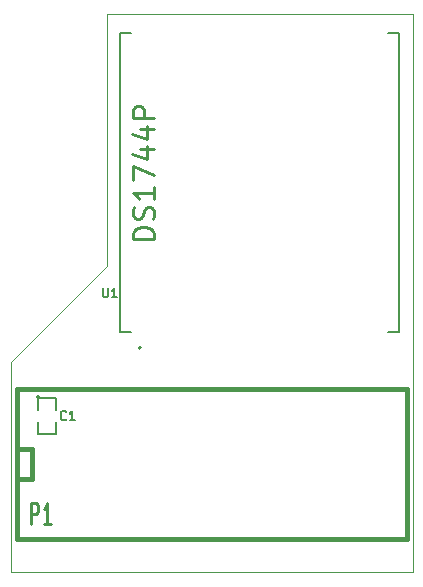
<source format=gto>
G04 (created by PCBNEW (2013-07-07 BZR 4022)-stable) date 10/10/2019 9:23:04 PM*
%MOIN*%
G04 Gerber Fmt 3.4, Leading zero omitted, Abs format*
%FSLAX34Y34*%
G01*
G70*
G90*
G04 APERTURE LIST*
%ADD10C,0.00590551*%
%ADD11C,0.00393701*%
%ADD12C,0.005*%
%ADD13C,0.00787402*%
%ADD14C,0.015*%
%ADD15C,0.01*%
%ADD16C,0.01125*%
%ADD17C,0.012*%
G04 APERTURE END LIST*
G54D10*
G54D11*
X77300Y-60200D02*
X75700Y-61800D01*
X77300Y-51800D02*
X77500Y-51800D01*
X77300Y-60200D02*
X77300Y-51800D01*
X87500Y-70400D02*
X74100Y-70400D01*
X74100Y-63400D02*
X74100Y-70400D01*
X75700Y-61800D02*
X74100Y-63400D01*
X87500Y-51800D02*
X77500Y-51800D01*
X87500Y-70400D02*
X87500Y-51800D01*
G54D12*
X75050Y-64550D02*
G75*
G03X75050Y-64550I-50J0D01*
G74*
G01*
X75000Y-65000D02*
X75000Y-64600D01*
X75000Y-64600D02*
X75600Y-64600D01*
X75600Y-64600D02*
X75600Y-65000D01*
X75600Y-65400D02*
X75600Y-65800D01*
X75600Y-65800D02*
X75000Y-65800D01*
X75000Y-65800D02*
X75000Y-65400D01*
X78120Y-62374D02*
X77750Y-62374D01*
X77750Y-62374D02*
X77750Y-52425D01*
X77750Y-52425D02*
X78120Y-52425D01*
X86679Y-62374D02*
X87049Y-62374D01*
X87049Y-62374D02*
X87049Y-52425D01*
X87049Y-52425D02*
X86679Y-52425D01*
G54D13*
X78439Y-62911D02*
G75*
G03X78439Y-62911I-39J0D01*
G74*
G01*
G54D14*
X74300Y-66300D02*
X74800Y-66300D01*
X74800Y-66300D02*
X74800Y-67300D01*
X74800Y-67300D02*
X74300Y-67300D01*
X74300Y-64300D02*
X87300Y-64300D01*
X87300Y-64300D02*
X87300Y-69300D01*
X87300Y-69300D02*
X74300Y-69300D01*
X74300Y-69300D02*
X74300Y-64300D01*
G54D12*
X75950Y-65292D02*
X75935Y-65307D01*
X75892Y-65321D01*
X75864Y-65321D01*
X75821Y-65307D01*
X75792Y-65278D01*
X75778Y-65250D01*
X75764Y-65192D01*
X75764Y-65150D01*
X75778Y-65092D01*
X75792Y-65064D01*
X75821Y-65035D01*
X75864Y-65021D01*
X75892Y-65021D01*
X75935Y-65035D01*
X75950Y-65050D01*
X76235Y-65321D02*
X76064Y-65321D01*
X76150Y-65321D02*
X76150Y-65021D01*
X76121Y-65064D01*
X76092Y-65092D01*
X76064Y-65107D01*
X77171Y-60921D02*
X77171Y-61164D01*
X77185Y-61192D01*
X77200Y-61207D01*
X77228Y-61221D01*
X77285Y-61221D01*
X77314Y-61207D01*
X77328Y-61192D01*
X77342Y-61164D01*
X77342Y-60921D01*
X77642Y-61221D02*
X77471Y-61221D01*
X77557Y-61221D02*
X77557Y-60921D01*
X77528Y-60964D01*
X77500Y-60992D01*
X77471Y-61007D01*
G54D15*
X78883Y-59299D02*
X78183Y-59299D01*
X78183Y-59133D01*
X78216Y-59033D01*
X78283Y-58966D01*
X78350Y-58933D01*
X78483Y-58899D01*
X78583Y-58899D01*
X78716Y-58933D01*
X78783Y-58966D01*
X78850Y-59033D01*
X78883Y-59133D01*
X78883Y-59299D01*
X78850Y-58633D02*
X78883Y-58533D01*
X78883Y-58366D01*
X78850Y-58299D01*
X78816Y-58266D01*
X78750Y-58233D01*
X78683Y-58233D01*
X78616Y-58266D01*
X78583Y-58299D01*
X78550Y-58366D01*
X78516Y-58499D01*
X78483Y-58566D01*
X78450Y-58599D01*
X78383Y-58633D01*
X78316Y-58633D01*
X78250Y-58599D01*
X78216Y-58566D01*
X78183Y-58499D01*
X78183Y-58333D01*
X78216Y-58233D01*
X78883Y-57566D02*
X78883Y-57966D01*
X78883Y-57766D02*
X78183Y-57766D01*
X78283Y-57833D01*
X78350Y-57899D01*
X78383Y-57966D01*
X78183Y-57333D02*
X78183Y-56866D01*
X78883Y-57166D01*
X78416Y-56300D02*
X78883Y-56300D01*
X78150Y-56466D02*
X78650Y-56633D01*
X78650Y-56200D01*
X78416Y-55633D02*
X78883Y-55633D01*
X78150Y-55800D02*
X78650Y-55966D01*
X78650Y-55533D01*
X78883Y-55266D02*
X78183Y-55266D01*
X78183Y-55000D01*
X78216Y-54933D01*
X78250Y-54900D01*
X78316Y-54866D01*
X78416Y-54866D01*
X78483Y-54900D01*
X78516Y-54933D01*
X78550Y-55000D01*
X78550Y-55266D01*
G54D16*
X74767Y-68783D02*
X74767Y-68083D01*
X74939Y-68083D01*
X74982Y-68116D01*
X75003Y-68150D01*
X75025Y-68216D01*
X75025Y-68316D01*
X75003Y-68383D01*
X74982Y-68416D01*
X74939Y-68450D01*
X74767Y-68450D01*
X75453Y-68783D02*
X75196Y-68783D01*
X75325Y-68783D02*
X75325Y-68083D01*
X75282Y-68183D01*
X75239Y-68250D01*
X75196Y-68283D01*
G54D17*
M02*

</source>
